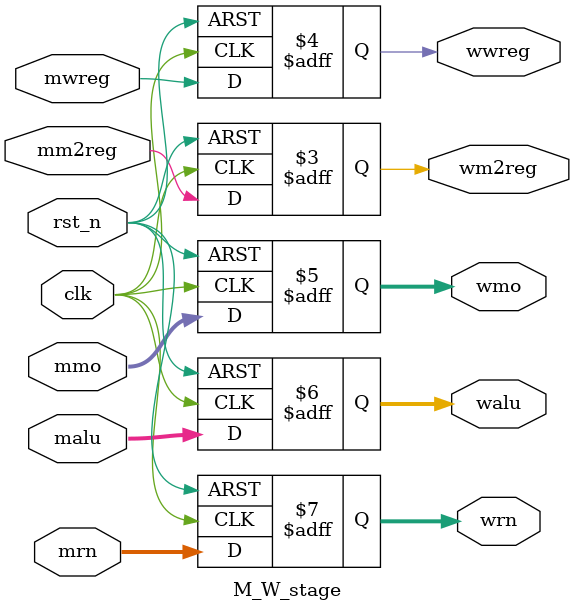
<source format=v>
`timescale 1ns / 1ps


module M_W_stage(
input               clk,
input               rst_n,
input               mm2reg,
input               mwreg,
input       [31:0]  mmo,
input       [31:0]  malu,
input       [4:0]   mrn,

output reg          wm2reg,
output reg          wwreg,
output reg  [31:0]  wmo,
output reg  [31:0]  walu,
output reg  [4:0]   wrn
    );
    
    always @(posedge clk or negedge rst_n)begin
            if(~rst_n) begin
                walu    <=32'b0;
                wmo     <=32'b0;
                wrn     <=5'b0;
                wm2reg  <=1'b0;
                wwreg   <=1'b0;
    
            end else begin
                walu    <=malu;
                wmo     <=mmo;
                wrn     <=mrn; 
                wm2reg  <=mm2reg;
                wwreg   <=mwreg;
              
    
            end
  end
    
    
endmodule

</source>
